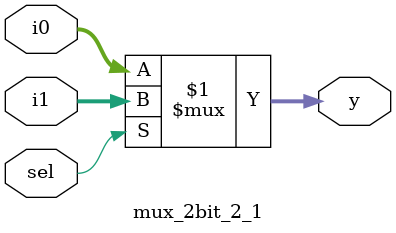
<source format=v>
module mux_2bit_2_1
(
    input[1:0] i0, i1,
    input sel, 
    output [1:0]y
);
	assign y = sel ? i1 : i0;
endmodule
</source>
